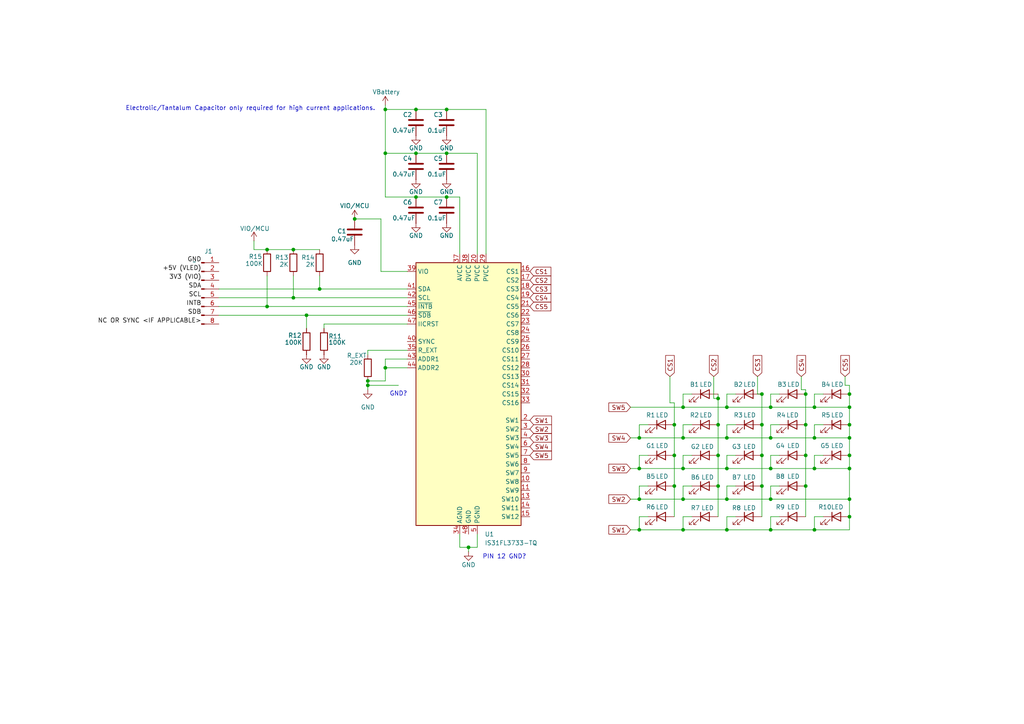
<source format=kicad_sch>
(kicad_sch (version 20250114) (generator "eeschema") (generator_version "9.0")
  (paper "A4")
  (lib_symbols
    (symbol "Connector:Conn_01x08_Pin" (pin_names (offset 1.016) (hide yes))
      (property "Reference" "J" (at 0 10.16 0))
      (property "Value" "Conn_01x08_Pin" (at 0 -12.7 0))
      (symbol "Conn_01x08_Pin_1_1"
        (rectangle (start 0.8636 7.747) (end 0 7.493) (stroke (width 0.1524)) (fill (type outline)))
        (rectangle (start 0.8636 5.207) (end 0 4.953) (stroke (width 0.1524)) (fill (type outline)))
        (rectangle (start 0.8636 2.667) (end 0 2.413) (stroke (width 0.1524)) (fill (type outline)))
        (rectangle (start 0.8636 0.127) (end 0 -0.127) (stroke (width 0.1524)) (fill (type outline)))
        (rectangle (start 0.8636 -2.413) (end 0 -2.667) (stroke (width 0.1524)) (fill (type outline)))
        (rectangle (start 0.8636 -4.953) (end 0 -5.207) (stroke (width 0.1524)) (fill (type outline)))
        (rectangle (start 0.8636 -7.493) (end 0 -7.747) (stroke (width 0.1524)) (fill (type outline)))
        (rectangle (start 0.8636 -10.033) (end 0 -10.287) (stroke (width 0.1524)) (fill (type outline)))
        (polyline (pts (xy 1.27 7.62) (xy 0.8636 7.62)) (stroke (width 0.1524)))
        (polyline (pts (xy 1.27 5.08) (xy 0.8636 5.08)) (stroke (width 0.1524)))
        (polyline (pts (xy 1.27 2.54) (xy 0.8636 2.54)) (stroke (width 0.1524)))
        (polyline (pts (xy 1.27 0) (xy 0.8636 0)) (stroke (width 0.1524)))
        (polyline (pts (xy 1.27 -2.54) (xy 0.8636 -2.54)) (stroke (width 0.1524)))
        (polyline (pts (xy 1.27 -5.08) (xy 0.8636 -5.08)) (stroke (width 0.1524)))
        (polyline (pts (xy 1.27 -7.62) (xy 0.8636 -7.62)) (stroke (width 0.1524)))
        (polyline (pts (xy 1.27 -10.16) (xy 0.8636 -10.16)) (stroke (width 0.1524)))
        (pin passive line (at 5.08 7.62 180) (length 3.81) (name "Pin_1") (number "1"))
        (pin passive line (at 5.08 5.08 180) (length 3.81) (name "Pin_2") (number "2"))
        (pin passive line (at 5.08 2.54 180) (length 3.81) (name "Pin_3") (number "3"))
        (pin passive line (at 5.08 0 180) (length 3.81) (name "Pin_4") (number "4"))
        (pin passive line (at 5.08 -2.54 180) (length 3.81) (name "Pin_5") (number "5"))
        (pin passive line (at 5.08 -5.08 180) (length 3.81) (name "Pin_6") (number "6"))
        (pin passive line (at 5.08 -7.62 180) (length 3.81) (name "Pin_7") (number "7"))
        (pin passive line (at 5.08 -10.16 180) (length 3.81) (name "Pin_8") (number "8"))
      )
    )
    (symbol "Device:C" (pin_numbers (hide yes)) (pin_names (offset 0.254))
      (property "Reference" "C" (at 0.635 2.54 0))
      (property "Value" "C" (at 0.635 -2.54 0))
      (symbol "C_0_1"
        (polyline (pts (xy -2.032 0.762) (xy 2.032 0.762)) (stroke (width 0.508)))
        (polyline (pts (xy -2.032 -0.762) (xy 2.032 -0.762)) (stroke (width 0.508)))
      )
      (symbol "C_1_1"
        (pin passive line (at 0 3.81 270) (length 2.794) (name "~") (number "1"))
        (pin passive line (at 0 -3.81 90) (length 2.794) (name "~") (number "2"))
      )
    )
    (symbol "Device:LED" (pin_numbers (hide yes)) (pin_names (offset 1.016) (hide yes))
      (property "Reference" "D" (at 0 2.54 0))
      (property "Value" "LED" (at 0 -2.54 0))
      (symbol "LED_0_1"
        (polyline (pts (xy -3.048 -0.762) (xy -4.572 -2.286) (xy -3.81 -2.286) (xy -4.572 -2.286) (xy -4.572 -1.524)))
        (polyline (pts (xy -1.778 -0.762) (xy -3.302 -2.286) (xy -2.54 -2.286) (xy -3.302 -2.286) (xy -3.302 -1.524)))
        (polyline (pts (xy -1.27 0) (xy 1.27 0)))
        (polyline (pts (xy -1.27 -1.27) (xy -1.27 1.27)) (stroke (width 0.254)))
        (polyline (pts (xy 1.27 -1.27) (xy 1.27 1.27) (xy -1.27 0) (xy 1.27 -1.27)) (stroke (width 0.254)))
      )
      (symbol "LED_1_1"
        (pin passive line (at -3.81 0 0) (length 2.54) (name "K") (number "1"))
        (pin passive line (at 3.81 0 180) (length 2.54) (name "A") (number "2"))
      )
    )
    (symbol "Device:R" (pin_numbers (hide yes)) (pin_names (offset 0))
      (property "Reference" "R" (at 2.032 0 90))
      (property "Value" "R" (at 0 0 90))
      (symbol "R_0_1"
        (rectangle (start -1.016 -2.54) (end 1.016 2.54) (stroke (width 0.254)))
      )
      (symbol "R_1_1"
        (pin passive line (at 0 3.81 270) (length 1.27) (name "~") (number "1"))
        (pin passive line (at 0 -3.81 90) (length 1.27) (name "~") (number "2"))
      )
    )
    (symbol "Driver_LED:IS31FL3733-TQ"
      (property "Reference" "U1" (at 4.6833 -40.64 0))
      (property "Value" "IS31FL3733-TQ" (at 4.6833 -43.18 0))
      (symbol "IS31FL3733-TQ_0_1"
        (rectangle (start -15.24 38.1) (end 15.24 -38.1) (stroke (width 0.254)) (fill (type background)))
      )
      (symbol "IS31FL3733-TQ_1_1"
        (pin input line (at -17.78 35.56 0) (length 2.54) (name "VIO") (number "39"))
        (pin bidirectional line (at -17.78 30.48 0) (length 2.54) (name "SDA") (number "41"))
        (pin input line (at -17.78 27.94 0) (length 2.54) (name "SCL") (number "42"))
        (pin open_collector line (at -17.78 25.4 0) (length 2.54) (name "~{INTB}") (number "45"))
        (pin input line (at -17.78 22.86 0) (length 2.54) (name "~{SDB}") (number "46"))
        (pin input line (at -17.78 20.32 0) (length 2.54) (name "IICRST") (number "47"))
        (pin input line (at -17.78 15.24 0) (length 2.54) (name "SYNC") (number "40"))
        (pin passive line (at -17.78 12.7 0) (length 2.54) (name "R_EXT") (number "35"))
        (pin input line (at -17.78 10.16 0) (length 2.54) (name "ADDR1") (number "43"))
        (pin input line (at -17.78 7.62 0) (length 2.54) (name "ADDR2") (number "44"))
        (pin no_connect line (at -15.24 -33.02 0) (length 2.54) (hide yes) (name "NC") (number "1"))
        (pin no_connect line (at -15.24 -35.56 0) (length 2.54) (hide yes) (name "NC") (number "36"))
        (pin power_in line (at -2.54 40.64 270) (length 2.54) (name "AVCC") (number "37"))
        (pin power_in line (at -2.54 -40.64 90) (length 2.54) (name "AGND") (number "34"))
        (pin power_in line (at 0 40.64 270) (length 2.54) (name "DVCC") (number "38"))
        (pin power_in line (at 0 -40.64 90) (length 2.54) (name "GND") (number "48"))
        (pin passive line (at 0 -40.64 90) (length 2.54) (hide yes) (name "GND") (number "49"))
        (pin power_in line (at 2.54 40.64 270) (length 2.54) (name "PVCC") (number "20"))
        (pin passive line (at 2.54 -40.64 90) (length 2.54) (hide yes) (name "PGND") (number "12"))
        (pin power_in line (at 2.54 -40.64 90) (length 2.54) (name "PGND") (number "5"))
        (pin power_in line (at 5.08 40.64 270) (length 2.54) (name "PVCC") (number "29"))
        (pin output line (at 17.78 35.56 180) (length 2.54) (name "CS1") (number "16"))
        (pin output line (at 17.78 33.02 180) (length 2.54) (name "CS2") (number "17"))
        (pin output line (at 17.78 30.48 180) (length 2.54) (name "CS3") (number "18"))
        (pin output line (at 17.78 27.94 180) (length 2.54) (name "CS4") (number "19"))
        (pin output line (at 17.78 25.4 180) (length 2.54) (name "CS5") (number "21"))
        (pin output line (at 17.78 22.86 180) (length 2.54) (name "CS6") (number "22"))
        (pin output line (at 17.78 20.32 180) (length 2.54) (name "CS7") (number "23"))
        (pin output line (at 17.78 17.78 180) (length 2.54) (name "CS8") (number "24"))
        (pin output line (at 17.78 15.24 180) (length 2.54) (name "CS9") (number "25"))
        (pin output line (at 17.78 12.7 180) (length 2.54) (name "CS10") (number "26"))
        (pin output line (at 17.78 10.16 180) (length 2.54) (name "CS11") (number "27"))
        (pin output line (at 17.78 7.62 180) (length 2.54) (name "CS12") (number "28"))
        (pin output line (at 17.78 5.08 180) (length 2.54) (name "CS13") (number "30"))
        (pin output line (at 17.78 2.54 180) (length 2.54) (name "CS14") (number "31"))
        (pin output line (at 17.78 0 180) (length 2.54) (name "CS15") (number "32"))
        (pin output line (at 17.78 -2.54 180) (length 2.54) (name "CS16") (number "33"))
        (pin input line (at 17.78 -7.62 180) (length 2.54) (name "SW1") (number "2"))
        (pin input line (at 17.78 -10.16 180) (length 2.54) (name "SW2") (number "3"))
        (pin input line (at 17.78 -12.7 180) (length 2.54) (name "SW3") (number "4"))
        (pin input line (at 17.78 -15.24 180) (length 2.54) (name "SW4") (number "6"))
        (pin input line (at 17.78 -17.78 180) (length 2.54) (name "SW5") (number "7"))
        (pin input line (at 17.78 -20.32 180) (length 2.54) (name "SW6") (number "8"))
        (pin input line (at 17.78 -22.86 180) (length 2.54) (name "SW7") (number "9"))
        (pin input line (at 17.78 -25.4 180) (length 2.54) (name "SW8") (number "10"))
        (pin input line (at 17.78 -27.94 180) (length 2.54) (name "SW9") (number "11"))
        (pin input line (at 17.78 -30.48 180) (length 2.54) (name "SW10") (number "13"))
        (pin input line (at 17.78 -33.02 180) (length 2.54) (name "SW11") (number "14"))
        (pin input line (at 17.78 -35.56 180) (length 2.54) (name "SW12") (number "15"))
      )
    )
    (symbol "power:+3.3V" (power) (pin_numbers (hide yes)) (pin_names (offset 0) (hide yes))
      (property "Value" "+3.3V" (at 0 3.556 0))
      (symbol "+3.3V_0_1"
        (polyline (pts (xy -0.762 1.27) (xy 0 2.54)))
        (polyline (pts (xy 0 2.54) (xy 0.762 1.27)))
        (polyline (pts (xy 0 0) (xy 0 2.54)))
      )
      (symbol "+3.3V_1_1"
        (pin power_in line (at 0 0 90) (length 0) (name "~") (number "1"))
      )
    )
    (symbol "power:GND" (power) (pin_numbers (hide yes)) (pin_names (offset 0) (hide yes))
      (property "Value" "GND" (at 0 -3.81 0))
      (symbol "GND_0_1"
        (polyline (pts (xy 0 0) (xy 0 -1.27) (xy 1.27 -1.27) (xy 0 -2.54) (xy -1.27 -1.27) (xy 0 -1.27)))
      )
      (symbol "GND_1_1"
        (pin power_in line (at 0 0 270) (length 0) (name "~") (number "1"))
      )
    )
  )
  (text "PIN 12 GND?\n" (at 146.304 161.544 0) (effects (font (size 1.27 1.27))))
  (text "Electrolic/Tantalum Capacitor only required for high current applications." (at 72.644 31.496 0) (effects (font (size 1.27 1.27))))
  (text "GND?\n" (at 115.57 114.3 0) (effects (font (size 1.27 1.27))))
  (junction (at 220.98 114.3))
  (junction (at 246.38 127))
  (junction (at 236.22 118.11))
  (junction (at 246.38 123.19))
  (junction (at 233.68 123.19))
  (junction (at 210.82 135.89))
  (junction (at 246.38 114.3))
  (junction (at 246.38 132.08))
  (junction (at 185.42 127))
  (junction (at 88.9 91.44))
  (junction (at 120.65 31.75))
  (junction (at 246.38 144.78))
  (junction (at 233.68 114.3))
  (junction (at 77.47 72.39))
  (junction (at 120.65 57.15))
  (junction (at 220.98 140.97))
  (junction (at 92.71 83.82))
  (junction (at 223.52 118.11))
  (junction (at 223.52 144.78))
  (junction (at 111.76 31.75))
  (junction (at 233.68 140.97))
  (junction (at 129.54 31.75))
  (junction (at 220.98 132.08))
  (junction (at 198.12 118.11))
  (junction (at 198.12 135.89))
  (junction (at 198.12 144.78))
  (junction (at 195.58 140.97))
  (junction (at 195.58 123.19))
  (junction (at 223.52 127))
  (junction (at 246.38 149.86))
  (junction (at 208.28 115.57))
  (junction (at 185.42 144.78))
  (junction (at 208.28 132.08))
  (junction (at 208.28 140.97))
  (junction (at 210.82 153.67))
  (junction (at 223.52 153.67))
  (junction (at 246.38 135.89))
  (junction (at 236.22 135.89))
  (junction (at 198.12 127))
  (junction (at 135.89 158.75))
  (junction (at 85.09 86.36))
  (junction (at 233.68 132.08))
  (junction (at 120.65 44.45))
  (junction (at 106.68 110.49))
  (junction (at 198.12 153.67))
  (junction (at 85.09 72.39))
  (junction (at 220.98 123.19))
  (junction (at 210.82 127))
  (junction (at 106.68 111.76))
  (junction (at 246.38 118.11))
  (junction (at 102.87 63.5))
  (junction (at 210.82 144.78))
  (junction (at 111.76 44.45))
  (junction (at 236.22 127))
  (junction (at 185.42 153.67))
  (junction (at 236.22 153.67))
  (junction (at 111.76 106.68))
  (junction (at 195.58 132.08))
  (junction (at 210.82 118.11))
  (junction (at 185.42 135.89))
  (junction (at 208.28 123.19))
  (junction (at 129.54 44.45))
  (junction (at 77.47 88.9))
  (junction (at 223.52 135.89))
  (junction (at 129.54 57.15))
  (wire (pts (xy 133.35 57.15) (xy 133.35 73.66)))
  (wire (pts (xy 182.88 135.89) (xy 185.42 135.89)))
  (wire (pts (xy 200.66 140.97) (xy 198.12 140.97)))
  (wire (pts (xy 77.47 88.9) (xy 118.11 88.9)))
  (wire (pts (xy 210.82 149.86) (xy 210.82 153.67)))
  (wire (pts (xy 246.38 111.76) (xy 246.38 114.3)))
  (wire (pts (xy 246.38 114.3) (xy 246.38 118.11)))
  (wire (pts (xy 236.22 127) (xy 246.38 127)))
  (wire (pts (xy 182.88 144.78) (xy 185.42 144.78)))
  (wire (pts (xy 111.76 31.75) (xy 111.76 44.45)))
  (wire (pts (xy 111.76 104.14) (xy 118.11 104.14)))
  (wire (pts (xy 185.42 149.86) (xy 185.42 153.67)))
  (wire (pts (xy 102.87 63.5) (xy 110.49 63.5)))
  (wire (pts (xy 236.22 123.19) (xy 236.22 127)))
  (wire (pts (xy 133.35 158.75) (xy 135.89 158.75)))
  (wire (pts (xy 111.76 31.75) (xy 120.65 31.75)))
  (wire (pts (xy 185.42 153.67) (xy 198.12 153.67)))
  (wire (pts (xy 236.22 135.89) (xy 246.38 135.89)))
  (wire (pts (xy 93.98 95.25) (xy 93.98 93.98)))
  (wire (pts (xy 223.52 149.86) (xy 223.52 153.67)))
  (wire (pts (xy 223.52 118.11) (xy 236.22 118.11)))
  (wire (pts (xy 220.98 140.97) (xy 220.98 149.86)))
  (wire (pts (xy 138.43 154.94) (xy 138.43 158.75)))
  (wire (pts (xy 208.28 115.57) (xy 208.28 114.3)))
  (wire (pts (xy 93.98 93.98) (xy 118.11 93.98)))
  (wire (pts (xy 185.42 127) (xy 198.12 127)))
  (wire (pts (xy 223.52 132.08) (xy 223.52 135.89)))
  (wire (pts (xy 185.42 135.89) (xy 198.12 135.89)))
  (wire (pts (xy 223.52 114.3) (xy 223.52 118.11)))
  (wire (pts (xy 135.89 158.75) (xy 138.43 158.75)))
  (wire (pts (xy 198.12 127) (xy 210.82 127)))
  (wire (pts (xy 233.68 114.3) (xy 233.68 123.19)))
  (wire (pts (xy 129.54 31.75) (xy 140.97 31.75)))
  (wire (pts (xy 198.12 153.67) (xy 210.82 153.67)))
  (wire (pts (xy 246.38 144.78) (xy 246.38 149.86)))
  (wire (pts (xy 210.82 118.11) (xy 223.52 118.11)))
  (wire (pts (xy 198.12 123.19) (xy 198.12 127)))
  (wire (pts (xy 236.22 153.67) (xy 246.38 153.67)))
  (wire (pts (xy 200.66 149.86) (xy 198.12 149.86)))
  (wire (pts (xy 223.52 144.78) (xy 246.38 144.78)))
  (wire (pts (xy 73.66 72.39) (xy 77.47 72.39)))
  (wire (pts (xy 195.58 132.08) (xy 195.58 140.97)))
  (wire (pts (xy 232.41 113.03) (xy 233.68 113.03)))
  (wire (pts (xy 226.06 132.08) (xy 223.52 132.08)))
  (wire (pts (xy 111.76 106.68) (xy 111.76 110.49)))
  (wire (pts (xy 133.35 154.94) (xy 133.35 158.75)))
  (wire (pts (xy 182.88 118.11) (xy 198.12 118.11)))
  (wire (pts (xy 220.98 114.3) (xy 220.98 123.19)))
  (wire (pts (xy 210.82 114.3) (xy 210.82 118.11)))
  (wire (pts (xy 195.58 116.84) (xy 195.58 123.19)))
  (wire (pts (xy 223.52 123.19) (xy 223.52 127)))
  (wire (pts (xy 194.31 109.22) (xy 194.31 116.84)))
  (wire (pts (xy 85.09 72.39) (xy 92.71 72.39)))
  (wire (pts (xy 223.52 135.89) (xy 236.22 135.89)))
  (wire (pts (xy 88.9 95.25) (xy 88.9 91.44)))
  (wire (pts (xy 92.71 83.82) (xy 118.11 83.82)))
  (wire (pts (xy 233.68 132.08) (xy 233.68 140.97)))
  (wire (pts (xy 208.28 123.19) (xy 208.28 132.08)))
  (wire (pts (xy 198.12 114.3) (xy 198.12 118.11)))
  (wire (pts (xy 238.76 132.08) (xy 236.22 132.08)))
  (wire (pts (xy 198.12 140.97) (xy 198.12 144.78)))
  (wire (pts (xy 236.22 118.11) (xy 246.38 118.11)))
  (wire (pts (xy 187.96 140.97) (xy 185.42 140.97)))
  (wire (pts (xy 187.96 123.19) (xy 185.42 123.19)))
  (wire (pts (xy 111.76 106.68) (xy 118.11 106.68)))
  (wire (pts (xy 213.36 149.86) (xy 210.82 149.86)))
  (wire (pts (xy 200.66 132.08) (xy 198.12 132.08)))
  (wire (pts (xy 92.71 80.01) (xy 92.71 83.82)))
  (wire (pts (xy 120.65 31.75) (xy 129.54 31.75)))
  (wire (pts (xy 63.5 86.36) (xy 85.09 86.36)))
  (wire (pts (xy 111.76 104.14) (xy 111.76 106.68)))
  (wire (pts (xy 194.31 116.84) (xy 195.58 116.84)))
  (wire (pts (xy 213.36 114.3) (xy 210.82 114.3)))
  (wire (pts (xy 232.41 109.22) (xy 232.41 113.03)))
  (wire (pts (xy 236.22 149.86) (xy 236.22 153.67)))
  (wire (pts (xy 198.12 132.08) (xy 198.12 135.89)))
  (wire (pts (xy 198.12 118.11) (xy 210.82 118.11)))
  (wire (pts (xy 246.38 132.08) (xy 246.38 135.89)))
  (wire (pts (xy 198.12 135.89) (xy 210.82 135.89)))
  (wire (pts (xy 106.68 113.03) (xy 106.68 111.76)))
  (wire (pts (xy 106.68 101.6) (xy 118.11 101.6)))
  (wire (pts (xy 226.06 114.3) (xy 223.52 114.3)))
  (wire (pts (xy 185.42 144.78) (xy 198.12 144.78)))
  (wire (pts (xy 210.82 135.89) (xy 223.52 135.89)))
  (wire (pts (xy 63.5 83.82) (xy 92.71 83.82)))
  (wire (pts (xy 198.12 144.78) (xy 210.82 144.78)))
  (wire (pts (xy 106.68 111.76) (xy 115.57 111.76)))
  (wire (pts (xy 195.58 123.19) (xy 195.58 132.08)))
  (wire (pts (xy 120.65 57.15) (xy 111.76 57.15)))
  (wire (pts (xy 210.82 140.97) (xy 210.82 144.78)))
  (wire (pts (xy 140.97 31.75) (xy 140.97 73.66)))
  (wire (pts (xy 200.66 114.3) (xy 198.12 114.3)))
  (wire (pts (xy 245.11 111.76) (xy 246.38 111.76)))
  (wire (pts (xy 77.47 72.39) (xy 85.09 72.39)))
  (wire (pts (xy 210.82 153.67) (xy 223.52 153.67)))
  (wire (pts (xy 187.96 132.08) (xy 185.42 132.08)))
  (wire (pts (xy 120.65 57.15) (xy 129.54 57.15)))
  (wire (pts (xy 106.68 111.76) (xy 106.68 110.49)))
  (wire (pts (xy 187.96 149.86) (xy 185.42 149.86)))
  (wire (pts (xy 233.68 113.03) (xy 233.68 114.3)))
  (wire (pts (xy 185.42 123.19) (xy 185.42 127)))
  (wire (pts (xy 246.38 118.11) (xy 246.38 123.19)))
  (wire (pts (xy 236.22 114.3) (xy 236.22 118.11)))
  (wire (pts (xy 63.5 91.44) (xy 88.9 91.44)))
  (wire (pts (xy 210.82 127) (xy 223.52 127)))
  (wire (pts (xy 185.42 132.08) (xy 185.42 135.89)))
  (wire (pts (xy 246.38 149.86) (xy 246.38 153.67)))
  (wire (pts (xy 106.68 101.6) (xy 106.68 102.87)))
  (wire (pts (xy 200.66 123.19) (xy 198.12 123.19)))
  (wire (pts (xy 238.76 149.86) (xy 236.22 149.86)))
  (wire (pts (xy 213.36 140.97) (xy 210.82 140.97)))
  (wire (pts (xy 129.54 57.15) (xy 133.35 57.15)))
  (wire (pts (xy 198.12 149.86) (xy 198.12 153.67)))
  (wire (pts (xy 213.36 132.08) (xy 210.82 132.08)))
  (wire (pts (xy 111.76 110.49) (xy 106.68 110.49)))
  (wire (pts (xy 220.98 132.08) (xy 220.98 140.97)))
  (wire (pts (xy 210.82 123.19) (xy 210.82 127)))
  (wire (pts (xy 208.28 140.97) (xy 208.28 149.86)))
  (wire (pts (xy 223.52 127) (xy 236.22 127)))
  (wire (pts (xy 238.76 123.19) (xy 236.22 123.19)))
  (wire (pts (xy 226.06 149.86) (xy 223.52 149.86)))
  (wire (pts (xy 77.47 80.01) (xy 77.47 88.9)))
  (wire (pts (xy 182.88 127) (xy 185.42 127)))
  (wire (pts (xy 88.9 91.44) (xy 118.11 91.44)))
  (wire (pts (xy 135.89 160.02) (xy 135.89 158.75)))
  (wire (pts (xy 85.09 80.01) (xy 85.09 86.36)))
  (wire (pts (xy 185.42 140.97) (xy 185.42 144.78)))
  (wire (pts (xy 73.66 69.85) (xy 73.66 72.39)))
  (wire (pts (xy 210.82 144.78) (xy 223.52 144.78)))
  (wire (pts (xy 85.09 86.36) (xy 118.11 86.36)))
  (wire (pts (xy 220.98 123.19) (xy 220.98 132.08)))
  (wire (pts (xy 120.65 44.45) (xy 129.54 44.45)))
  (wire (pts (xy 111.76 44.45) (xy 120.65 44.45)))
  (wire (pts (xy 233.68 140.97) (xy 233.68 149.86)))
  (wire (pts (xy 210.82 132.08) (xy 210.82 135.89)))
  (wire (pts (xy 208.28 132.08) (xy 208.28 140.97)))
  (wire (pts (xy 208.28 115.57) (xy 208.28 123.19)))
  (wire (pts (xy 195.58 140.97) (xy 195.58 149.86)))
  (wire (pts (xy 110.49 63.5) (xy 110.49 78.74)))
  (wire (pts (xy 111.76 44.45) (xy 111.76 57.15)))
  (wire (pts (xy 129.54 44.45) (xy 138.43 44.45)))
  (wire (pts (xy 219.71 114.3) (xy 220.98 114.3)))
  (wire (pts (xy 111.76 30.48) (xy 111.76 31.75)))
  (wire (pts (xy 223.52 140.97) (xy 223.52 144.78)))
  (wire (pts (xy 246.38 123.19) (xy 246.38 127)))
  (wire (pts (xy 182.88 153.67) (xy 185.42 153.67)))
  (wire (pts (xy 236.22 132.08) (xy 236.22 135.89)))
  (wire (pts (xy 223.52 153.67) (xy 236.22 153.67)))
  (wire (pts (xy 110.49 78.74) (xy 118.11 78.74)))
  (wire (pts (xy 226.06 140.97) (xy 223.52 140.97)))
  (wire (pts (xy 219.71 109.22) (xy 219.71 114.3)))
  (wire (pts (xy 63.5 88.9) (xy 77.47 88.9)))
  (wire (pts (xy 213.36 123.19) (xy 210.82 123.19)))
  (wire (pts (xy 246.38 135.89) (xy 246.38 144.78)))
  (wire (pts (xy 246.38 127) (xy 246.38 132.08)))
  (wire (pts (xy 238.76 114.3) (xy 236.22 114.3)))
  (wire (pts (xy 226.06 123.19) (xy 223.52 123.19)))
  (wire (pts (xy 233.68 123.19) (xy 233.68 132.08)))
  (wire (pts (xy 138.43 44.45) (xy 138.43 73.66)))
  (wire (pts (xy 207.01 115.57) (xy 208.28 115.57)))
  (wire (pts (xy 245.11 109.22) (xy 245.11 111.76)))
  (wire (pts (xy 207.01 109.22) (xy 207.01 115.57)))
  (label "INTB" (at 58.42 88.9 180))
  (label "3V3 (VIO)" (at 58.42 81.28 180))
  (label "SDA" (at 58.42 83.82 180))
  (label "+5V (VLED)" (at 58.42 78.74 180))
  (label "NC OR SYNC <IF APPLICABLE>" (at 58.42 93.98 180))
  (label "GND" (at 58.42 76.2 180))
  (label "SCL" (at 58.42 86.36 180))
  (label "SDB" (at 58.42 91.44 180))
  (global_label "CS3" (shape input) (at 219.71 109.22 90) (property "Intersheetrefs" "${INTERSHEET_REFS}" (effects (hide yes))))
  (global_label "CS2" (shape input) (at 153.67 81.28 0) (property "Intersheetrefs" "${INTERSHEET_REFS}" (effects (hide yes))))
  (global_label "CS5" (shape input) (at 245.11 109.22 90) (property "Intersheetrefs" "${INTERSHEET_REFS}" (effects (hide yes))))
  (global_label "SW3" (shape input) (at 182.88 135.89 180) (property "Intersheetrefs" "${INTERSHEET_REFS}" (effects (hide yes))))
  (global_label "CS4" (shape input) (at 232.41 109.22 90) (property "Intersheetrefs" "${INTERSHEET_REFS}" (effects (hide yes))))
  (global_label "SW3" (shape input) (at 153.67 127 0) (property "Intersheetrefs" "${INTERSHEET_REFS}" (effects (hide yes))))
  (global_label "SW5" (shape input) (at 182.88 118.11 180) (property "Intersheetrefs" "${INTERSHEET_REFS}" (effects (hide yes))))
  (global_label "SW1" (shape input) (at 153.67 121.92 0) (property "Intersheetrefs" "${INTERSHEET_REFS}" (effects (hide yes))))
  (global_label "SW1" (shape input) (at 182.88 153.67 180) (property "Intersheetrefs" "${INTERSHEET_REFS}" (effects (hide yes))))
  (global_label "SW4" (shape input) (at 182.88 127 180) (property "Intersheetrefs" "${INTERSHEET_REFS}" (effects (hide yes))))
  (global_label "CS1" (shape input) (at 153.67 78.74 0) (property "Intersheetrefs" "${INTERSHEET_REFS}" (effects (hide yes))))
  (global_label "CS2" (shape input) (at 207.01 109.22 90) (property "Intersheetrefs" "${INTERSHEET_REFS}" (effects (hide yes))))
  (global_label "SW4" (shape input) (at 153.67 129.54 0) (property "Intersheetrefs" "${INTERSHEET_REFS}" (effects (hide yes))))
  (global_label "CS4" (shape input) (at 153.67 86.36 0) (property "Intersheetrefs" "${INTERSHEET_REFS}" (effects (hide yes))))
  (global_label "CS5" (shape input) (at 153.67 88.9 0) (property "Intersheetrefs" "${INTERSHEET_REFS}" (effects (hide yes))))
  (global_label "CS3" (shape input) (at 153.67 83.82 0) (property "Intersheetrefs" "${INTERSHEET_REFS}" (effects (hide yes))))
  (global_label "SW5" (shape input) (at 153.67 132.08 0) (property "Intersheetrefs" "${INTERSHEET_REFS}" (effects (hide yes))))
  (global_label "SW2" (shape input) (at 182.88 144.78 180) (property "Intersheetrefs" "${INTERSHEET_REFS}" (effects (hide yes))))
  (global_label "CS1" (shape input) (at 194.31 109.22 90) (property "Intersheetrefs" "${INTERSHEET_REFS}" (effects (hide yes))))
  (global_label "SW2" (shape input) (at 153.67 124.46 0) (property "Intersheetrefs" "${INTERSHEET_REFS}" (effects (hide yes))))
  (symbol (lib_id "Device:LED") (at 217.17 123.19 0) (unit 1)
    (property "Reference" "R3" (at 214.122 120.396 0))
    (property "Value" "LED" (at 217.424 120.396 0))
    (property "Description" "Light emitting diode" (effects (hide yes)))
    (property "Sim.Pins" "1=K 2=A" (effects (hide yes)))
  )
  (symbol (lib_id "Device:C") (at 129.54 60.96 0) (unit 1)
    (property "Reference" "C7" (at 125.73 58.674 0) (effects (justify left)))
    (property "Value" "0.1uF" (at 123.952 63.246 0) (effects (justify left)))
    (property "Description" "Unpolarized capacitor" (effects (hide yes)))
  )
  (symbol (lib_id "Device:R") (at 88.9 99.06 0) (unit 1)
    (property "Reference" "R12" (at 83.566 97.282 0) (effects (justify left)))
    (property "Value" "100K" (at 82.55 99.314 0) (effects (justify left)))
    (property "Description" "Resistor" (effects (hide yes)))
  )
  (symbol (lib_id "Device:LED") (at 217.17 149.86 0) (unit 1)
    (property "Reference" "R8" (at 213.614 147.32 0))
    (property "Value" "LED" (at 217.424 147.32 0))
    (property "Description" "Light emitting diode" (effects (hide yes)))
    (property "Sim.Pins" "1=K 2=A" (effects (hide yes)))
  )
  (symbol (lib_id "Device:R") (at 93.98 99.06 0) (unit 1)
    (property "Reference" "R11" (at 95.25 97.536 0) (effects (justify left)))
    (property "Value" "100K" (at 95.25 99.314 0) (effects (justify left)))
    (property "Description" "Resistor" (effects (hide yes)))
  )
  (symbol (lib_id "Device:LED") (at 204.47 114.3 0) (unit 1)
    (property "Reference" "B1" (at 201.422 111.506 0))
    (property "Value" "LED" (at 204.724 111.506 0))
    (property "Description" "Light emitting diode" (effects (hide yes)))
    (property "Sim.Pins" "1=K 2=A" (effects (hide yes)))
  )
  (symbol (lib_id "Device:C") (at 120.65 35.56 0) (unit 1)
    (property "Reference" "C2" (at 116.84 33.274 0) (effects (justify left)))
    (property "Value" "0.47uF" (at 113.792 37.846 0) (effects (justify left)))
    (property "Description" "Unpolarized capacitor" (effects (hide yes)))
  )
  (symbol (lib_id "Device:LED") (at 204.47 149.86 0) (unit 1)
    (property "Reference" "R7" (at 201.676 147.32 0))
    (property "Value" "LED" (at 205.232 147.32 0))
    (property "Description" "Light emitting diode" (effects (hide yes)))
    (property "Sim.Pins" "1=K 2=A" (effects (hide yes)))
  )
  (symbol (lib_id "Connector:Conn_01x08_Pin") (at 58.42 83.82 0) (unit 1)
    (property "Reference" "J1" (at 60.452 72.898 0))
    (property "Value" "~" (at 56.388 75.946 0))
    (property "Description" "Generic connector, single row, 01x08, script generated" (effects (hide yes)))
  )
  (symbol (lib_id "power:GND") (at 120.65 52.07 0) (unit 1)
    (property "Reference" "#PWR06" (effects (hide yes)))
    (property "Value" "GND" (at 120.65 55.626 0))
    (property "Description" "Power symbol creates a global label with name \"GND\" , ground" (effects (hide yes)))
  )
  (symbol (lib_id "Device:LED") (at 242.57 123.19 0) (unit 1)
    (property "Reference" "R5" (at 239.522 120.396 0))
    (property "Value" "LED" (at 242.824 120.396 0))
    (property "Description" "Light emitting diode" (effects (hide yes)))
    (property "Sim.Pins" "1=K 2=A" (effects (hide yes)))
  )
  (symbol (lib_id "Device:LED") (at 191.77 149.86 0) (unit 1)
    (property "Reference" "R6" (at 188.722 147.066 0))
    (property "Value" "LED" (at 192.024 147.066 0))
    (property "Description" "Light emitting diode" (effects (hide yes)))
    (property "Sim.Pins" "1=K 2=A" (effects (hide yes)))
  )
  (symbol (lib_id "Device:LED") (at 229.87 114.3 0) (unit 1)
    (property "Reference" "B3" (at 226.822 111.506 0))
    (property "Value" "LED" (at 230.124 111.506 0))
    (property "Description" "Light emitting diode" (effects (hide yes)))
    (property "Sim.Pins" "1=K 2=A" (effects (hide yes)))
  )
  (symbol (lib_id "Device:R") (at 77.47 76.2 0) (unit 1)
    (property "Reference" "R15" (at 72.136 74.422 0) (effects (justify left)))
    (property "Value" "100K" (at 71.12 76.454 0) (effects (justify left)))
    (property "Description" "Resistor" (effects (hide yes)))
  )
  (symbol (lib_id "Device:LED") (at 204.47 132.08 0) (unit 1)
    (property "Reference" "G2" (at 201.676 129.54 0))
    (property "Value" "LED" (at 205.232 129.54 0))
    (property "Description" "Light emitting diode" (effects (hide yes)))
    (property "Sim.Pins" "1=K 2=A" (effects (hide yes)))
  )
  (symbol (lib_id "Device:LED") (at 229.87 123.19 0) (unit 1)
    (property "Reference" "R4" (at 226.568 120.396 0))
    (property "Value" "LED" (at 229.87 120.396 0))
    (property "Description" "Light emitting diode" (effects (hide yes)))
    (property "Sim.Pins" "1=K 2=A" (effects (hide yes)))
  )
  (symbol (lib_id "power:GND") (at 120.65 64.77 0) (unit 1)
    (property "Reference" "#PWR08" (effects (hide yes)))
    (property "Value" "GND" (at 120.65 68.326 0))
    (property "Description" "Power symbol creates a global label with name \"GND\" , ground" (effects (hide yes)))
  )
  (symbol (lib_id "Device:C") (at 129.54 35.56 0) (unit 1)
    (property "Reference" "C3" (at 125.73 33.274 0) (effects (justify left)))
    (property "Value" "0.1uF" (at 123.952 37.846 0) (effects (justify left)))
    (property "Description" "Unpolarized capacitor" (effects (hide yes)))
  )
  (symbol (lib_id "power:+3.3V") (at 73.66 69.85 0) (unit 1)
    (property "Reference" "#PWR013" (effects (hide yes)))
    (property "Value" "VIO/MCU" (at 73.914 66.294 0))
    (property "Description" "Power symbol creates a global label with name \"+3.3V\"" (effects (hide yes)))
  )
  (symbol (lib_id "Device:LED") (at 204.47 123.19 0) (unit 1)
    (property "Reference" "R2" (at 201.422 120.396 0))
    (property "Value" "LED" (at 204.724 120.396 0))
    (property "Description" "Light emitting diode" (effects (hide yes)))
    (property "Sim.Pins" "1=K 2=A" (effects (hide yes)))
  )
  (symbol (lib_id "Device:LED") (at 217.17 114.3 0) (unit 1)
    (property "Reference" "B2" (at 214.122 111.506 0))
    (property "Value" "LED" (at 217.424 111.506 0))
    (property "Description" "Light emitting diode" (effects (hide yes)))
    (property "Sim.Pins" "1=K 2=A" (effects (hide yes)))
  )
  (symbol (lib_id "Device:LED") (at 242.57 132.08 0) (unit 1)
    (property "Reference" "G5" (at 239.268 129.286 0))
    (property "Value" "LED" (at 242.824 129.286 0))
    (property "Description" "Light emitting diode" (effects (hide yes)))
    (property "Sim.Pins" "1=K 2=A" (effects (hide yes)))
  )
  (symbol (lib_id "Device:R") (at 106.68 106.68 0) (unit 1)
    (property "Reference" "R_EXT" (at 100.584 103.124 0) (effects (justify left)))
    (property "Value" "20K" (at 101.346 105.156 0) (effects (justify left)))
    (property "Description" "Resistor" (effects (hide yes)))
  )
  (symbol (lib_id "Device:LED") (at 242.57 114.3 0) (unit 1)
    (property "Reference" "B4" (at 239.522 111.506 0))
    (property "Value" "LED" (at 242.824 111.506 0))
    (property "Description" "Light emitting diode" (effects (hide yes)))
    (property "Sim.Pins" "1=K 2=A" (effects (hide yes)))
  )
  (symbol (lib_id "Device:LED") (at 191.77 132.08 0) (unit 1)
    (property "Reference" "G1" (at 188.722 129.286 0))
    (property "Value" "LED" (at 192.024 129.286 0))
    (property "Description" "Light emitting diode" (effects (hide yes)))
    (property "Sim.Pins" "1=K 2=A" (effects (hide yes)))
  )
  (symbol (lib_id "power:GND") (at 120.65 39.37 0) (unit 1)
    (property "Reference" "#PWR04" (effects (hide yes)))
    (property "Value" "GND" (at 120.65 42.926 0))
    (property "Description" "Power symbol creates a global label with name \"GND\" , ground" (effects (hide yes)))
  )
  (symbol (lib_id "power:GND") (at 88.9 102.87 0) (unit 1)
    (property "Reference" "#PWR011" (effects (hide yes)))
    (property "Value" "GND" (at 88.9 106.426 0))
    (property "Description" "Power symbol creates a global label with name \"GND\" , ground" (effects (hide yes)))
  )
  (symbol (lib_id "Device:LED") (at 217.17 140.97 0) (unit 1)
    (property "Reference" "B7" (at 213.614 138.43 0))
    (property "Value" "LED" (at 217.424 138.43 0))
    (property "Description" "Light emitting diode" (effects (hide yes)))
    (property "Sim.Pins" "1=K 2=A" (effects (hide yes)))
  )
  (symbol (lib_id "power:+3.3V") (at 111.76 30.48 0) (unit 1)
    (property "Reference" "#PWR010" (effects (hide yes)))
    (property "Value" "VBattery" (at 112.014 26.67 0))
    (property "Description" "Power symbol creates a global label with name \"+3.3V\"" (effects (hide yes)))
  )
  (symbol (lib_id "Device:C") (at 120.65 60.96 0) (unit 1)
    (property "Reference" "C6" (at 116.84 58.674 0) (effects (justify left)))
    (property "Value" "0.47uF" (at 113.792 63.246 0) (effects (justify left)))
    (property "Description" "Unpolarized capacitor" (effects (hide yes)))
  )
  (symbol (lib_id "Device:LED") (at 204.47 140.97 0) (unit 1)
    (property "Reference" "B6" (at 201.676 138.43 0))
    (property "Value" "LED" (at 205.232 138.43 0))
    (property "Description" "Light emitting diode" (effects (hide yes)))
    (property "Sim.Pins" "1=K 2=A" (effects (hide yes)))
  )
  (symbol (lib_id "power:GND") (at 129.54 39.37 0) (unit 1)
    (property "Reference" "#PWR05" (effects (hide yes)))
    (property "Value" "GND" (at 129.54 42.926 0))
    (property "Description" "Power symbol creates a global label with name \"GND\" , ground" (effects (hide yes)))
  )
  (symbol (lib_id "Device:LED") (at 229.87 149.86 0) (unit 1)
    (property "Reference" "R9" (at 226.314 147.066 0))
    (property "Value" "LED" (at 230.124 147.066 0))
    (property "Description" "Light emitting diode" (effects (hide yes)))
    (property "Sim.Pins" "1=K 2=A" (effects (hide yes)))
  )
  (symbol (lib_id "power:GND") (at 93.98 102.87 0) (unit 1)
    (property "Reference" "#PWR012" (effects (hide yes)))
    (property "Value" "GND" (at 93.98 106.426 0))
    (property "Description" "Power symbol creates a global label with name \"GND\" , ground" (effects (hide yes)))
  )
  (symbol (lib_id "Device:LED") (at 229.87 132.08 0) (unit 1)
    (property "Reference" "G4" (at 226.314 129.286 0))
    (property "Value" "LED" (at 230.124 129.286 0))
    (property "Description" "Light emitting diode" (effects (hide yes)))
    (property "Sim.Pins" "1=K 2=A" (effects (hide yes)))
  )
  (symbol (lib_id "Device:LED") (at 229.87 140.97 0) (unit 1)
    (property "Reference" "B8" (at 226.314 138.176 0))
    (property "Value" "LED" (at 230.124 138.176 0))
    (property "Description" "Light emitting diode" (effects (hide yes)))
    (property "Sim.Pins" "1=K 2=A" (effects (hide yes)))
  )
  (symbol (lib_id "power:GND") (at 135.89 160.02 0) (unit 1)
    (property "Reference" "#PWR014" (effects (hide yes)))
    (property "Value" "GND" (at 135.89 163.83 0))
    (property "Description" "Power symbol creates a global label with name \"GND\" , ground" (effects (hide yes)))
  )
  (symbol (lib_id "Driver_LED:IS31FL3733-TQ") (at 135.89 114.3 0) (unit 1)
    (property "Reference" "U1" (at 140.5733 154.94 0) (effects (justify left)))
    (property "Value" "IS31FL3733-TQ" (at 140.5733 157.48 0) (effects (justify left)))
    (property "Footprint" "Package_QFP:TQFP-48-1EP_7x7mm_P0.5mm_EP5x5mm" (effects (hide yes)))
    (property "Datasheet" "http://www.issi.com/WW/pdf/IS31FL3733.pdf" (effects (hide yes)))
    (property "Description" "12x16 LED matrix driver with 8-bit PWM and breathing, TQFP-48" (effects (hide yes)))
  )
  (symbol (lib_id "Device:LED") (at 217.17 132.08 0) (unit 1)
    (property "Reference" "G3" (at 213.614 129.54 0))
    (property "Value" "LED" (at 217.424 129.54 0))
    (property "Description" "Light emitting diode" (effects (hide yes)))
    (property "Sim.Pins" "1=K 2=A" (effects (hide yes)))
  )
  (symbol (lib_id "power:+3.3V") (at 102.87 63.5 0) (unit 1)
    (property "Reference" "#PWR01" (effects (hide yes)))
    (property "Value" "VIO/MCU" (at 102.87 59.69 0))
    (property "Description" "Power symbol creates a global label with name \"+3.3V\"" (effects (hide yes)))
  )
  (symbol (lib_id "Device:LED") (at 191.77 140.97 0) (unit 1)
    (property "Reference" "B5" (at 188.722 138.176 0))
    (property "Value" "LED" (at 192.024 138.176 0))
    (property "Description" "Light emitting diode" (effects (hide yes)))
    (property "Sim.Pins" "1=K 2=A" (effects (hide yes)))
  )
  (symbol (lib_id "Device:R") (at 92.71 76.2 0) (unit 1)
    (property "Reference" "R14" (at 87.376 74.676 0) (effects (justify left)))
    (property "Value" "2K" (at 88.646 76.708 0) (effects (justify left)))
    (property "Description" "Resistor" (effects (hide yes)))
  )
  (symbol (lib_id "power:GND") (at 102.87 71.12 0) (unit 1)
    (property "Reference" "#PWR02" (effects (hide yes)))
    (property "Value" "GND" (at 102.87 76.2 0))
    (property "Description" "Power symbol creates a global label with name \"GND\" , ground" (effects (hide yes)))
  )
  (symbol (lib_id "Device:LED") (at 191.77 123.19 0) (unit 1)
    (property "Reference" "R1" (at 188.722 120.396 0))
    (property "Value" "LED" (at 192.024 120.396 0))
    (property "Description" "Light emitting diode" (effects (hide yes)))
    (property "Sim.Pins" "1=K 2=A" (effects (hide yes)))
  )
  (symbol (lib_id "Device:C") (at 102.87 67.31 0) (unit 1)
    (property "Reference" "C1" (at 97.79 67.056 0) (effects (justify left)))
    (property "Value" "0.47uF" (at 96.012 69.342 0) (effects (justify left)))
    (property "Description" "Unpolarized capacitor" (effects (hide yes)))
  )
  (symbol (lib_id "power:GND") (at 129.54 52.07 0) (unit 1)
    (property "Reference" "#PWR07" (effects (hide yes)))
    (property "Value" "GND" (at 129.54 55.626 0))
    (property "Description" "Power symbol creates a global label with name \"GND\" , ground" (effects (hide yes)))
  )
  (symbol (lib_id "power:GND") (at 129.54 64.77 0) (unit 1)
    (property "Reference" "#PWR09" (effects (hide yes)))
    (property "Value" "GND" (at 129.54 68.326 0))
    (property "Description" "Power symbol creates a global label with name \"GND\" , ground" (effects (hide yes)))
  )
  (symbol (lib_id "Device:C") (at 120.65 48.26 0) (unit 1)
    (property "Reference" "C4" (at 116.84 45.974 0) (effects (justify left)))
    (property "Value" "0.47uF" (at 113.792 50.546 0) (effects (justify left)))
    (property "Description" "Unpolarized capacitor" (effects (hide yes)))
  )
  (symbol (lib_id "Device:R") (at 85.09 76.2 0) (unit 1)
    (property "Reference" "R13" (at 79.756 74.676 0) (effects (justify left)))
    (property "Value" "2K" (at 81.026 76.708 0) (effects (justify left)))
    (property "Description" "Resistor" (effects (hide yes)))
  )
  (symbol (lib_id "power:GND") (at 106.68 113.03 0) (unit 1)
    (property "Reference" "#PWR03" (effects (hide yes)))
    (property "Value" "GND" (at 106.68 118.11 0))
    (property "Description" "Power symbol creates a global label with name \"GND\" , ground" (effects (hide yes)))
  )
  (symbol (lib_id "Device:LED") (at 242.57 149.86 0) (unit 1)
    (property "Reference" "R10" (at 239.268 147.066 0))
    (property "Value" "LED" (at 242.824 147.066 0))
    (property "Description" "Light emitting diode" (effects (hide yes)))
    (property "Sim.Pins" "1=K 2=A" (effects (hide yes)))
  )
  (symbol (lib_id "Device:C") (at 129.54 48.26 0) (unit 1)
    (property "Reference" "C5" (at 125.73 45.974 0) (effects (justify left)))
    (property "Value" "0.1uF" (at 123.952 50.546 0) (effects (justify left)))
    (property "Description" "Unpolarized capacitor" (effects (hide yes)))
  )
)
</source>
